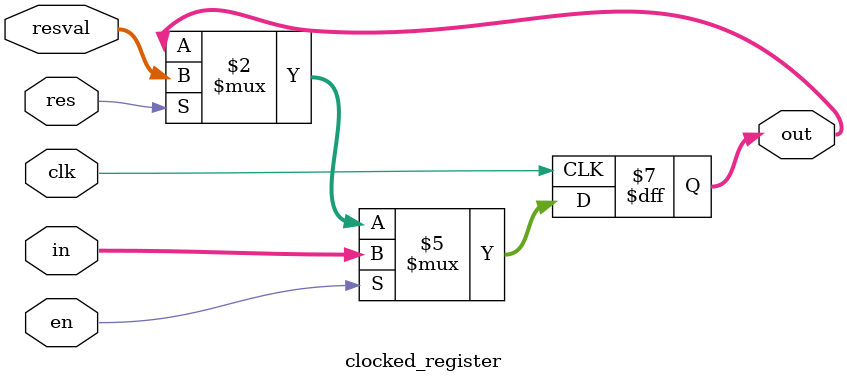
<source format=v>
module clocked_register(
    out, 
    in, 
    en, 
    res, 
    resval, 
    clk
);
    parameter size = 8;
    input [size-1:0] in;
    input [size-1:0] resval;
    input en, res, clk;
    output [size-1:0] out;
    reg [size-1:0] out;
    always @(posedge clk) begin
        if(en) begin
        out<=in;
        end
        else if(res) begin
        out<=resval;
        end
    end
endmodule

</source>
